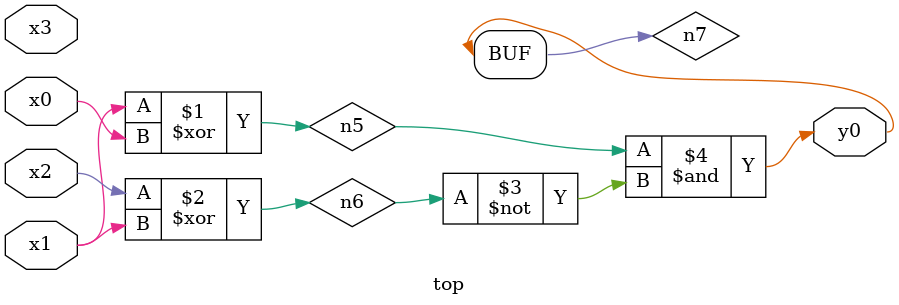
<source format=v>
module top( x0 , x1 , x2 , x3 , y0 );
  input x0 , x1 , x2 , x3 ;
  output y0 ;
  wire n5 , n6 , n7 ;
  assign n5 = x1 ^ x0 ;
  assign n6 = x2 ^ x1 ;
  assign n7 = n5 & ~n6 ;
  assign y0 = n7 ;
endmodule

</source>
